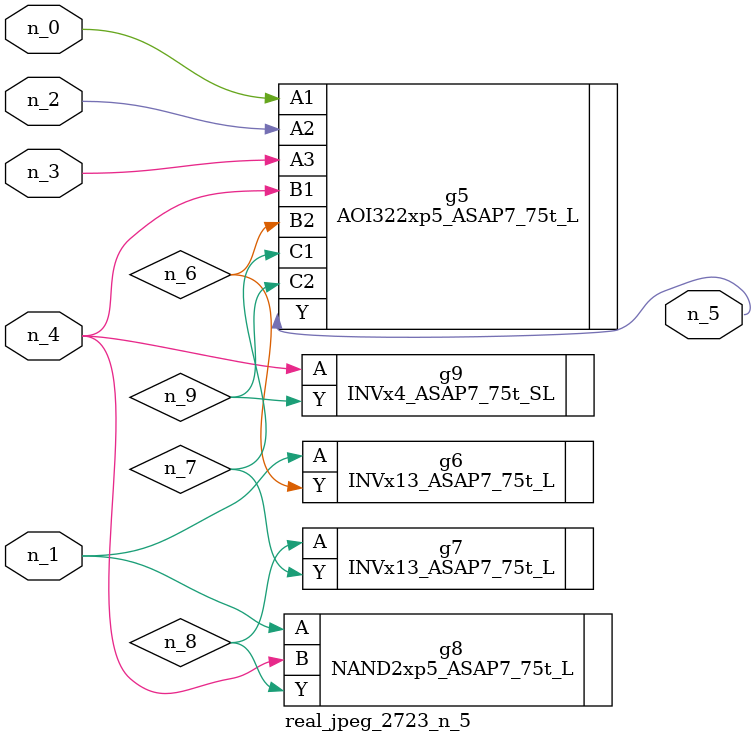
<source format=v>
module real_jpeg_2723_n_5 (n_4, n_0, n_1, n_2, n_3, n_5);

input n_4;
input n_0;
input n_1;
input n_2;
input n_3;

output n_5;

wire n_8;
wire n_6;
wire n_7;
wire n_9;

AOI322xp5_ASAP7_75t_L g5 ( 
.A1(n_0),
.A2(n_2),
.A3(n_3),
.B1(n_4),
.B2(n_6),
.C1(n_7),
.C2(n_9),
.Y(n_5)
);

INVx13_ASAP7_75t_L g6 ( 
.A(n_1),
.Y(n_6)
);

NAND2xp5_ASAP7_75t_L g8 ( 
.A(n_1),
.B(n_4),
.Y(n_8)
);

INVx4_ASAP7_75t_SL g9 ( 
.A(n_4),
.Y(n_9)
);

INVx13_ASAP7_75t_L g7 ( 
.A(n_8),
.Y(n_7)
);


endmodule
</source>
